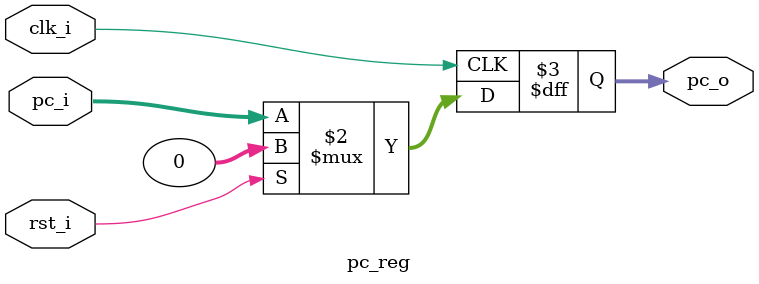
<source format=v>

module pc_reg(
		input clk_i,
		input rst_i,
		input [31:0] pc_i,
	        output reg [31:0] pc_o); 

	always @(posedge clk_i) begin
	       $display("pc_i = %h , pc_o = %h", pc_i, pc_o); 	
		pc_o <= (rst_i)? (32'h00000000): pc_i;
	end	
endmodule 

</source>
